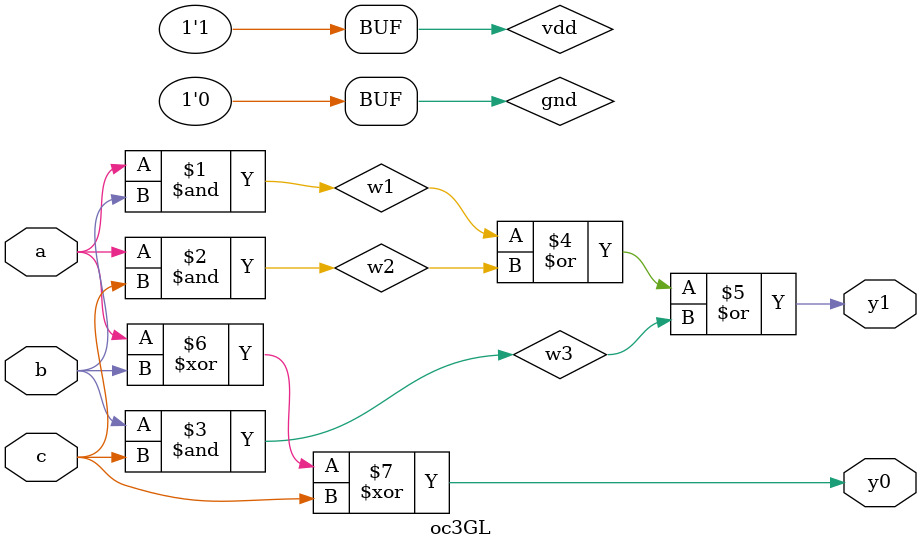
<source format=v>
`timescale 1ns/1ns
module oc3GL (input a,b,c , output y0 , y1);
    supply1 vdd;
    supply0 gnd;
    wire w1,w2,w3;
    and #(7,7) a1(w1, a,b);
    and #(7,7) a2(w2, a,c);
    and #(7,7 )a3(w3, b,c);
    or #(8,7) o1(y1, w1,w2,w3);
    xor #(15,21) xo1(y0, a,b,c);
endmodule    




</source>
